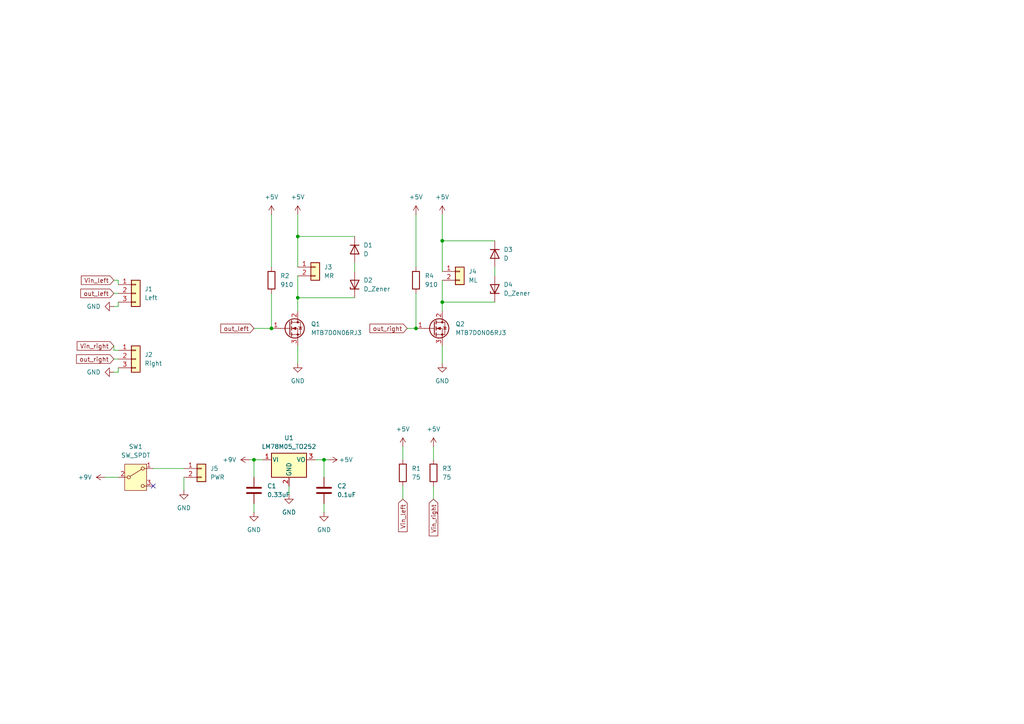
<source format=kicad_sch>
(kicad_sch (version 20250114) (generator "eeschema") (generator_version "9.0")
  (paper "A4")
  (lib_symbols
    (symbol "Connector_Generic:Conn_01x02" (pin_names (offset 1.016) (hide yes))
      (property "Reference" "J" (at 0 2.54 0))
      (property "Value" "Conn_01x02" (at 0 -5.08 0))
      (symbol "Conn_01x02_1_1"
        (rectangle (start -1.27 1.27) (end 1.27 -3.81) (stroke (width 0.254)) (fill (type background)))
        (rectangle (start -1.27 0.127) (end 0 -0.127) (stroke (width 0.1524)))
        (rectangle (start -1.27 -2.413) (end 0 -2.667) (stroke (width 0.1524)))
        (pin passive line (at -5.08 0 0) (length 3.81) (name "Pin_1") (number "1"))
        (pin passive line (at -5.08 -2.54 0) (length 3.81) (name "Pin_2") (number "2"))
      )
    )
    (symbol "Connector_Generic:Conn_01x03" (pin_names (offset 1.016) (hide yes))
      (property "Reference" "J" (at 0 5.08 0))
      (property "Value" "Conn_01x03" (at 0 -5.08 0))
      (symbol "Conn_01x03_1_1"
        (rectangle (start -1.27 3.81) (end 1.27 -3.81) (stroke (width 0.254)) (fill (type background)))
        (rectangle (start -1.27 2.667) (end 0 2.413) (stroke (width 0.1524)))
        (rectangle (start -1.27 0.127) (end 0 -0.127) (stroke (width 0.1524)))
        (rectangle (start -1.27 -2.413) (end 0 -2.667) (stroke (width 0.1524)))
        (pin passive line (at -5.08 2.54 0) (length 3.81) (name "Pin_1") (number "1"))
        (pin passive line (at -5.08 0 0) (length 3.81) (name "Pin_2") (number "2"))
        (pin passive line (at -5.08 -2.54 0) (length 3.81) (name "Pin_3") (number "3"))
      )
    )
    (symbol "Device:C" (pin_numbers (hide yes)) (pin_names (offset 0.254))
      (property "Reference" "C" (at 0.635 2.54 0))
      (property "Value" "C" (at 0.635 -2.54 0))
      (symbol "C_0_1"
        (polyline (pts (xy -2.032 0.762) (xy 2.032 0.762)) (stroke (width 0.508)))
        (polyline (pts (xy -2.032 -0.762) (xy 2.032 -0.762)) (stroke (width 0.508)))
      )
      (symbol "C_1_1"
        (pin passive line (at 0 3.81 270) (length 2.794) (name "~") (number "1"))
        (pin passive line (at 0 -3.81 90) (length 2.794) (name "~") (number "2"))
      )
    )
    (symbol "Device:D" (pin_numbers (hide yes)) (pin_names (offset 1.016) (hide yes))
      (property "Reference" "D" (at 0 2.54 0))
      (property "Value" "D" (at 0 -2.54 0))
      (symbol "D_0_1"
        (polyline (pts (xy -1.27 1.27) (xy -1.27 -1.27)) (stroke (width 0.254)))
        (polyline (pts (xy 1.27 1.27) (xy 1.27 -1.27) (xy -1.27 0) (xy 1.27 1.27)) (stroke (width 0.254)))
        (polyline (pts (xy 1.27 0) (xy -1.27 0)))
      )
      (symbol "D_1_1"
        (pin passive line (at -3.81 0 0) (length 2.54) (name "K") (number "1"))
        (pin passive line (at 3.81 0 180) (length 2.54) (name "A") (number "2"))
      )
    )
    (symbol "Device:D_Zener" (pin_numbers (hide yes)) (pin_names (offset 1.016) (hide yes))
      (property "Reference" "D" (at 0 2.54 0))
      (property "Value" "D_Zener" (at 0 -2.54 0))
      (symbol "D_Zener_0_1"
        (polyline (pts (xy -1.27 -1.27) (xy -1.27 1.27) (xy -0.762 1.27)) (stroke (width 0.254)))
        (polyline (pts (xy 1.27 0) (xy -1.27 0)))
        (polyline (pts (xy 1.27 -1.27) (xy 1.27 1.27) (xy -1.27 0) (xy 1.27 -1.27)) (stroke (width 0.254)))
      )
      (symbol "D_Zener_1_1"
        (pin passive line (at -3.81 0 0) (length 2.54) (name "K") (number "1"))
        (pin passive line (at 3.81 0 180) (length 2.54) (name "A") (number "2"))
      )
    )
    (symbol "Device:R" (pin_numbers (hide yes)) (pin_names (offset 0))
      (property "Reference" "R" (at 2.032 0 90))
      (property "Value" "R" (at 0 0 90))
      (symbol "R_0_1"
        (rectangle (start -1.016 -2.54) (end 1.016 2.54) (stroke (width 0.254)))
      )
      (symbol "R_1_1"
        (pin passive line (at 0 3.81 270) (length 1.27) (name "~") (number "1"))
        (pin passive line (at 0 -3.81 90) (length 1.27) (name "~") (number "2"))
      )
    )
    (symbol "Regulator_Linear:LM78M05_TO252" (pin_names (offset 0.254))
      (property "Reference" "U" (at -3.81 3.175 0))
      (property "Value" "LM78M05_TO252" (at 0 3.175 0))
      (symbol "LM78M05_TO252_0_1"
        (rectangle (start -5.08 1.905) (end 5.08 -5.08) (stroke (width 0.254)) (fill (type background)))
      )
      (symbol "LM78M05_TO252_1_1"
        (pin power_in line (at -7.62 0 0) (length 2.54) (name "VI") (number "1"))
        (pin power_in line (at 0 -7.62 90) (length 2.54) (name "GND") (number "2"))
        (pin power_out line (at 7.62 0 180) (length 2.54) (name "VO") (number "3"))
      )
    )
    (symbol "Switch:SW_SPDT" (pin_names (offset 0) (hide yes))
      (property "Reference" "SW" (at 0 5.08 0))
      (property "Value" "SW_SPDT" (at 0 -5.08 0))
      (symbol "SW_SPDT_0_1"
        (circle (center -2.032 0) (radius 0.4572))
        (polyline (pts (xy -1.651 0.254) (xy 1.651 2.286)))
        (circle (center 2.032 2.54) (radius 0.4572))
        (circle (center 2.032 -2.54) (radius 0.4572))
      )
      (symbol "SW_SPDT_1_1"
        (rectangle (start -3.175 3.81) (end 3.175 -3.81) (fill (type background)))
        (pin passive line (at -5.08 0 0) (length 2.54) (name "B") (number "2"))
        (pin passive line (at 5.08 2.54 180) (length 2.54) (name "A") (number "1"))
        (pin passive line (at 5.08 -2.54 180) (length 2.54) (name "C") (number "3"))
      )
    )
    (symbol "power:+5V" (power) (pin_numbers (hide yes)) (pin_names (offset 0) (hide yes))
      (property "Value" "+5V" (at 0 3.556 0))
      (symbol "+5V_0_1"
        (polyline (pts (xy -0.762 1.27) (xy 0 2.54)))
        (polyline (pts (xy 0 2.54) (xy 0.762 1.27)))
        (polyline (pts (xy 0 0) (xy 0 2.54)))
      )
      (symbol "+5V_1_1"
        (pin power_in line (at 0 0 90) (length 0) (name "~") (number "1"))
      )
    )
    (symbol "power:+9V" (power) (pin_numbers (hide yes)) (pin_names (offset 0) (hide yes))
      (property "Value" "+9V" (at 0 3.556 0))
      (symbol "+9V_0_1"
        (polyline (pts (xy -0.762 1.27) (xy 0 2.54)))
        (polyline (pts (xy 0 2.54) (xy 0.762 1.27)))
        (polyline (pts (xy 0 0) (xy 0 2.54)))
      )
      (symbol "+9V_1_1"
        (pin power_in line (at 0 0 90) (length 0) (name "~") (number "1"))
      )
    )
    (symbol "power:GND" (power) (pin_numbers (hide yes)) (pin_names (offset 0) (hide yes))
      (property "Value" "GND" (at 0 -3.81 0))
      (symbol "GND_0_1"
        (polyline (pts (xy 0 0) (xy 0 -1.27) (xy 1.27 -1.27) (xy 0 -2.54) (xy -1.27 -1.27) (xy 0 -1.27)))
      )
      (symbol "GND_1_1"
        (pin power_in line (at 0 0 270) (length 0) (name "~") (number "1"))
      )
    )
    (symbol "project:MTB7D0N06RJ3" (pin_names (hide yes))
      (property "Reference" "Q" (at 5.08 1.905 0))
      (property "Value" "MTB7D0N06RJ3" (at 5.08 0 0))
      (symbol "MTB7D0N06RJ3_0_1"
        (polyline (pts (xy 0.254 1.905) (xy 0.254 -1.905)) (stroke (width 0.254)))
        (polyline (pts (xy 0.254 0) (xy -2.54 0)))
        (polyline (pts (xy 0.762 2.286) (xy 0.762 1.27)) (stroke (width 0.254)))
        (polyline (pts (xy 0.762 0.508) (xy 0.762 -0.508)) (stroke (width 0.254)))
        (polyline (pts (xy 0.762 -1.27) (xy 0.762 -2.286)) (stroke (width 0.254)))
        (polyline (pts (xy 0.762 -1.778) (xy 3.302 -1.778) (xy 3.302 1.778) (xy 0.762 1.778)))
        (polyline (pts (xy 1.016 0) (xy 2.032 0.381) (xy 2.032 -0.381) (xy 1.016 0)) (fill (type outline)))
        (circle (center 1.651 0) (radius 2.794) (stroke (width 0.254)))
        (polyline (pts (xy 2.54 2.54) (xy 2.54 1.778)))
        (circle (center 2.54 1.778) (radius 0.254) (fill (type outline)))
        (circle (center 2.54 -1.778) (radius 0.254) (fill (type outline)))
        (polyline (pts (xy 2.54 -2.54) (xy 2.54 0) (xy 0.762 0)))
        (polyline (pts (xy 2.794 0.508) (xy 2.921 0.381) (xy 3.683 0.381) (xy 3.81 0.254)))
        (polyline (pts (xy 3.302 0.381) (xy 2.921 -0.254) (xy 3.683 -0.254) (xy 3.302 0.381)))
      )
      (symbol "MTB7D0N06RJ3_1_1"
        (pin input line (at -5.08 0 0) (length 2.54) (name "G") (number "1"))
        (pin passive line (at 2.54 5.08 270) (length 2.54) (name "D") (number "2"))
        (pin passive line (at 2.54 -5.08 90) (length 2.54) (name "S") (number "3"))
      )
    )
  )
  (junction (at 128.27 87.63))
  (junction (at 86.36 86.36))
  (junction (at 93.98 133.35))
  (junction (at 86.36 68.58))
  (junction (at 73.66 133.35))
  (junction (at 78.74 95.25))
  (junction (at 120.65 95.25))
  (junction (at 128.27 69.85))
  (no_connect (at 44.45 140.97))
  (wire (pts (xy 86.36 62.23) (xy 86.36 68.58)))
  (wire (pts (xy 125.73 129.54) (xy 125.73 133.35)))
  (wire (pts (xy 33.02 107.95) (xy 34.29 107.95)))
  (wire (pts (xy 33.02 88.9) (xy 34.29 88.9)))
  (wire (pts (xy 118.11 95.25) (xy 120.65 95.25)))
  (wire (pts (xy 33.02 85.09) (xy 34.29 85.09)))
  (wire (pts (xy 86.36 68.58) (xy 86.36 77.47)))
  (wire (pts (xy 116.84 140.97) (xy 116.84 144.78)))
  (wire (pts (xy 33.02 81.28) (xy 34.29 81.28)))
  (wire (pts (xy 120.65 85.09) (xy 120.65 95.25)))
  (wire (pts (xy 78.74 62.23) (xy 78.74 77.47)))
  (wire (pts (xy 34.29 81.28) (xy 34.29 82.55)))
  (wire (pts (xy 128.27 100.33) (xy 128.27 105.41)))
  (wire (pts (xy 34.29 107.95) (xy 34.29 106.68)))
  (wire (pts (xy 86.36 100.33) (xy 86.36 105.41)))
  (wire (pts (xy 125.73 140.97) (xy 125.73 144.78)))
  (wire (pts (xy 128.27 69.85) (xy 128.27 78.74)))
  (wire (pts (xy 83.82 140.97) (xy 83.82 143.51)))
  (wire (pts (xy 34.29 88.9) (xy 34.29 87.63)))
  (wire (pts (xy 86.36 80.01) (xy 86.36 86.36)))
  (wire (pts (xy 44.45 135.89) (xy 53.34 135.89)))
  (wire (pts (xy 73.66 95.25) (xy 78.74 95.25)))
  (wire (pts (xy 86.36 68.58) (xy 102.87 68.58)))
  (wire (pts (xy 93.98 146.05) (xy 93.98 148.59)))
  (wire (pts (xy 128.27 87.63) (xy 128.27 90.17)))
  (wire (pts (xy 86.36 86.36) (xy 86.36 90.17)))
  (wire (pts (xy 86.36 86.36) (xy 102.87 86.36)))
  (wire (pts (xy 30.48 138.43) (xy 34.29 138.43)))
  (wire (pts (xy 33.02 104.14) (xy 34.29 104.14)))
  (wire (pts (xy 128.27 87.63) (xy 143.51 87.63)))
  (wire (pts (xy 93.98 133.35) (xy 95.25 133.35)))
  (wire (pts (xy 93.98 133.35) (xy 93.98 138.43)))
  (wire (pts (xy 128.27 81.28) (xy 128.27 87.63)))
  (wire (pts (xy 78.74 85.09) (xy 78.74 95.25)))
  (wire (pts (xy 128.27 69.85) (xy 143.51 69.85)))
  (wire (pts (xy 73.66 133.35) (xy 76.2 133.35)))
  (wire (pts (xy 102.87 76.2) (xy 102.87 78.74)))
  (wire (pts (xy 143.51 77.47) (xy 143.51 80.01)))
  (wire (pts (xy 128.27 62.23) (xy 128.27 69.85)))
  (wire (pts (xy 120.65 62.23) (xy 120.65 77.47)))
  (wire (pts (xy 73.66 133.35) (xy 73.66 138.43)))
  (wire (pts (xy 116.84 129.54) (xy 116.84 133.35)))
  (wire (pts (xy 33.02 100.33) (xy 33.02 101.6)))
  (wire (pts (xy 91.44 133.35) (xy 93.98 133.35)))
  (wire (pts (xy 72.39 133.35) (xy 73.66 133.35)))
  (wire (pts (xy 53.34 138.43) (xy 53.34 142.24)))
  (wire (pts (xy 73.66 146.05) (xy 73.66 148.59)))
  (wire (pts (xy 33.02 101.6) (xy 34.29 101.6)))
  (global_label "out_left" (shape input) (at 33.02 85.09 180) (property "Intersheetrefs" "${INTERSHEET_REFS}" (effects (hide yes))))
  (global_label "out_left" (shape input) (at 73.66 95.25 180) (property "Intersheetrefs" "${INTERSHEET_REFS}" (effects (hide yes))))
  (global_label "Vin_left" (shape input) (at 116.84 144.78 270) (property "Intersheetrefs" "${INTERSHEET_REFS}" (effects (hide yes))))
  (global_label "Vin_right" (shape input) (at 33.02 100.33 180) (property "Intersheetrefs" "${INTERSHEET_REFS}" (effects (hide yes))))
  (global_label "Vin_right" (shape input) (at 125.73 144.78 270) (property "Intersheetrefs" "${INTERSHEET_REFS}" (effects (hide yes))))
  (global_label "out_right" (shape input) (at 33.02 104.14 180) (property "Intersheetrefs" "${INTERSHEET_REFS}" (effects (hide yes))))
  (global_label "Vin_left" (shape input) (at 33.02 81.28 180) (property "Intersheetrefs" "${INTERSHEET_REFS}" (effects (hide yes))))
  (global_label "out_right" (shape input) (at 118.11 95.25 180) (property "Intersheetrefs" "${INTERSHEET_REFS}" (effects (hide yes))))
  (symbol (lib_id "Connector_Generic:Conn_01x02") (at 133.35 78.74 0) (unit 1)
    (property "Reference" "J4" (at 135.89 78.7399 0) (effects (justify left)))
    (property "Value" "ML" (at 135.89 81.2799 0) (effects (justify left)))
    (property "Footprint" "Connector_PinSocket_2.54mm:PinSocket_1x02_P2.54mm_Vertical" (effects (hide yes)))
    (property "Description" "Generic connector, single row, 01x02, script generated (kicad-library-utils/schlib/autogen/connector/)" (effects (hide yes)))
  )
  (symbol (lib_id "power:+5V") (at 116.84 129.54 0) (unit 1)
    (property "Reference" "#PWR05" (effects (hide yes)))
    (property "Value" "+5V" (at 116.84 124.46 0))
    (property "Description" "Power symbol creates a global label with name \"+5V\"" (effects (hide yes)))
  )
  (symbol (lib_id "Device:R") (at 78.74 81.28 0) (unit 1)
    (property "Reference" "R2" (at 81.28 80.0099 0) (effects (justify left)))
    (property "Value" "910" (at 81.28 82.5499 0) (effects (justify left)))
    (property "Footprint" "Resistor_SMD:R_0603_1608Metric_Pad0.98x0.95mm_HandSolder" (effects (hide yes)))
    (property "Description" "Resistor" (effects (hide yes)))
  )
  (symbol (lib_id "power:+5V") (at 128.27 62.23 0) (unit 1)
    (property "Reference" "#PWR010" (effects (hide yes)))
    (property "Value" "+5V" (at 128.27 57.15 0))
    (property "Description" "Power symbol creates a global label with name \"+5V\"" (effects (hide yes)))
  )
  (symbol (lib_id "project:MTB7D0N06RJ3") (at 125.73 95.25 0) (unit 1)
    (property "Reference" "Q2" (at 132.08 93.9799 0) (effects (justify left)))
    (property "Value" "MTB7D0N06RJ3" (at 132.08 96.5199 0) (effects (justify left)))
    (property "Footprint" "Package_TO_SOT_SMD:TO-252-2" (effects (hide yes)))
    (property "Datasheet" "https://akizukidenshi.com/goodsaffix/MTB7D0N06RJ3_220718.pdf" (effects (hide yes)))
    (property "Description" "53A Id,60V Vds, N-Channel MOSFET, TO-252" (effects (hide yes)))
  )
  (symbol (lib_id "Connector_Generic:Conn_01x03") (at 39.37 85.09 0) (unit 1)
    (property "Reference" "J1" (at 41.91 83.8199 0) (effects (justify left)))
    (property "Value" "Left" (at 41.91 86.3599 0) (effects (justify left)))
    (property "Footprint" "Connector_PinSocket_2.54mm:PinSocket_1x03_P2.54mm_Vertical" (effects (hide yes)))
    (property "Description" "Generic connector, single row, 01x03, script generated (kicad-library-utils/schlib/autogen/connector/)" (effects (hide yes)))
  )
  (symbol (lib_id "power:GND") (at 83.82 143.51 0) (unit 1)
    (property "Reference" "#PWR014" (effects (hide yes)))
    (property "Value" "GND" (at 83.82 148.59 0))
    (property "Description" "Power symbol creates a global label with name \"GND\" , ground" (effects (hide yes)))
  )
  (symbol (lib_id "project:MTB7D0N06RJ3") (at 83.82 95.25 0) (unit 1)
    (property "Reference" "Q1" (at 90.17 93.9799 0) (effects (justify left)))
    (property "Value" "MTB7D0N06RJ3" (at 90.17 96.5199 0) (effects (justify left)))
    (property "Footprint" "Package_TO_SOT_SMD:TO-252-2" (effects (hide yes)))
    (property "Datasheet" "https://akizukidenshi.com/goodsaffix/MTB7D0N06RJ3_220718.pdf" (effects (hide yes)))
    (property "Description" "53A Id,60V Vds, N-Channel MOSFET, TO-252" (effects (hide yes)))
  )
  (symbol (lib_id "Device:D_Zener") (at 102.87 82.55 90) (unit 1)
    (property "Reference" "D2" (at 105.41 81.2799 90) (effects (justify right)))
    (property "Value" "D_Zener" (at 105.41 83.8199 90) (effects (justify right)))
    (property "Footprint" "Diode_THT:D_DO-35_SOD27_P2.54mm_Vertical_AnodeUp" (effects (hide yes)))
    (property "Description" "Zener diode" (effects (hide yes)))
  )
  (symbol (lib_id "Switch:SW_SPDT") (at 39.37 138.43 0) (unit 1)
    (property "Reference" "SW1" (at 39.37 129.54 0))
    (property "Value" "SW_SPDT" (at 39.37 132.08 0))
    (property "Footprint" "Library:SW_Slide-03_2MS1-T1-B4-M2-Q-E_P2.54mm" (effects (hide yes)))
    (property "Description" "Switch, single pole double throw" (effects (hide yes)))
  )
  (symbol (lib_id "power:+9V") (at 72.39 133.35 90) (unit 1)
    (property "Reference" "#PWR013" (effects (hide yes)))
    (property "Value" "+9V" (at 68.58 133.3499 90) (effects (justify left)))
    (property "Description" "Power symbol creates a global label with name \"+9V\"" (effects (hide yes)))
  )
  (symbol (lib_id "Connector_Generic:Conn_01x02") (at 58.42 135.89 0) (unit 1)
    (property "Reference" "J5" (at 60.96 135.8899 0) (effects (justify left)))
    (property "Value" "PWR" (at 60.96 138.4299 0) (effects (justify left)))
    (property "Footprint" "Connector_PinHeader_2.54mm:PinHeader_1x02_P2.54mm_Vertical" (effects (hide yes)))
    (property "Description" "Generic connector, single row, 01x02, script generated (kicad-library-utils/schlib/autogen/connector/)" (effects (hide yes)))
  )
  (symbol (lib_id "Device:D") (at 143.51 73.66 270) (unit 1)
    (property "Reference" "D3" (at 146.05 72.3899 90) (effects (justify left)))
    (property "Value" "D" (at 146.05 74.9299 90) (effects (justify left)))
    (property "Footprint" "Diode_THT:D_DO-15_P2.54mm_Vertical_AnodeUp" (effects (hide yes)))
    (property "Description" "Diode" (effects (hide yes)))
    (property "Sim.Device" "D" (effects (hide yes)))
    (property "Sim.Pins" "1=K 2=A" (effects (hide yes)))
  )
  (symbol (lib_id "power:GND") (at 33.02 88.9 270) (mirror x) (unit 1)
    (property "Reference" "#PWR04" (effects (hide yes)))
    (property "Value" "GND" (at 29.21 88.8999 90) (effects (justify right)))
    (property "Description" "Power symbol creates a global label with name \"GND\" , ground" (effects (hide yes)))
  )
  (symbol (lib_id "power:GND") (at 128.27 105.41 0) (unit 1)
    (property "Reference" "#PWR012" (effects (hide yes)))
    (property "Value" "GND" (at 128.27 110.49 0))
    (property "Description" "Power symbol creates a global label with name \"GND\" , ground" (effects (hide yes)))
  )
  (symbol (lib_id "Device:D_Zener") (at 143.51 83.82 90) (unit 1)
    (property "Reference" "D4" (at 146.05 82.5499 90) (effects (justify right)))
    (property "Value" "D_Zener" (at 146.05 85.0899 90) (effects (justify right)))
    (property "Footprint" "Diode_THT:D_DO-35_SOD27_P2.54mm_Vertical_AnodeUp" (effects (hide yes)))
    (property "Description" "Zener diode" (effects (hide yes)))
  )
  (symbol (lib_id "power:GND") (at 53.34 142.24 0) (unit 1)
    (property "Reference" "#PWR02" (effects (hide yes)))
    (property "Value" "GND" (at 53.34 147.32 0))
    (property "Description" "Power symbol creates a global label with name \"GND\" , ground" (effects (hide yes)))
  )
  (symbol (lib_id "Device:R") (at 120.65 81.28 0) (unit 1)
    (property "Reference" "R4" (at 123.19 80.0099 0) (effects (justify left)))
    (property "Value" "910" (at 123.19 82.5499 0) (effects (justify left)))
    (property "Footprint" "Resistor_SMD:R_0603_1608Metric_Pad0.98x0.95mm_HandSolder" (effects (hide yes)))
    (property "Description" "Resistor" (effects (hide yes)))
  )
  (symbol (lib_id "Device:D") (at 102.87 72.39 270) (unit 1)
    (property "Reference" "D1" (at 105.41 71.1199 90) (effects (justify left)))
    (property "Value" "D" (at 105.41 73.6599 90) (effects (justify left)))
    (property "Footprint" "Diode_THT:D_DO-15_P2.54mm_Vertical_AnodeUp" (effects (hide yes)))
    (property "Description" "Diode" (effects (hide yes)))
    (property "Sim.Device" "D" (effects (hide yes)))
    (property "Sim.Pins" "1=K 2=A" (effects (hide yes)))
  )
  (symbol (lib_id "power:+5V") (at 86.36 62.23 0) (unit 1)
    (property "Reference" "#PWR08" (effects (hide yes)))
    (property "Value" "+5V" (at 86.36 57.15 0))
    (property "Description" "Power symbol creates a global label with name \"+5V\"" (effects (hide yes)))
  )
  (symbol (lib_id "Connector_Generic:Conn_01x02") (at 91.44 77.47 0) (unit 1)
    (property "Reference" "J3" (at 93.98 77.4699 0) (effects (justify left)))
    (property "Value" "MR" (at 93.98 80.0099 0) (effects (justify left)))
    (property "Footprint" "Connector_PinSocket_2.54mm:PinSocket_1x02_P2.54mm_Vertical" (effects (hide yes)))
    (property "Description" "Generic connector, single row, 01x02, script generated (kicad-library-utils/schlib/autogen/connector/)" (effects (hide yes)))
  )
  (symbol (lib_id "power:+5V") (at 95.25 133.35 270) (unit 1)
    (property "Reference" "#PWR015" (effects (hide yes)))
    (property "Value" "+5V" (at 100.33 133.35 90))
    (property "Description" "Power symbol creates a global label with name \"+5V\"" (effects (hide yes)))
  )
  (symbol (lib_id "Device:C") (at 73.66 142.24 0) (unit 1)
    (property "Reference" "C1" (at 77.47 140.9699 0) (effects (justify left)))
    (property "Value" "0.33uF" (at 77.47 143.5099 0) (effects (justify left)))
    (property "Footprint" "Capacitor_SMD:C_0603_1608Metric_Pad1.08x0.95mm_HandSolder" (effects (hide yes)))
    (property "Description" "Unpolarized capacitor" (effects (hide yes)))
  )
  (symbol (lib_id "power:GND") (at 73.66 148.59 0) (unit 1)
    (property "Reference" "#PWR016" (effects (hide yes)))
    (property "Value" "GND" (at 73.66 153.67 0))
    (property "Description" "Power symbol creates a global label with name \"GND\" , ground" (effects (hide yes)))
  )
  (symbol (lib_id "power:GND") (at 86.36 105.41 0) (unit 1)
    (property "Reference" "#PWR011" (effects (hide yes)))
    (property "Value" "GND" (at 86.36 110.49 0))
    (property "Description" "Power symbol creates a global label with name \"GND\" , ground" (effects (hide yes)))
  )
  (symbol (lib_id "power:+5V") (at 120.65 62.23 0) (unit 1)
    (property "Reference" "#PWR09" (effects (hide yes)))
    (property "Value" "+5V" (at 120.65 57.15 0))
    (property "Description" "Power symbol creates a global label with name \"+5V\"" (effects (hide yes)))
  )
  (symbol (lib_id "power:+9V") (at 30.48 138.43 90) (unit 1)
    (property "Reference" "#PWR01" (effects (hide yes)))
    (property "Value" "+9V" (at 26.67 138.4299 90) (effects (justify left)))
    (property "Description" "Power symbol creates a global label with name \"+9V\"" (effects (hide yes)))
  )
  (symbol (lib_id "power:GND") (at 33.02 107.95 270) (mirror x) (unit 1)
    (property "Reference" "#PWR03" (effects (hide yes)))
    (property "Value" "GND" (at 29.21 107.9499 90) (effects (justify right)))
    (property "Description" "Power symbol creates a global label with name \"GND\" , ground" (effects (hide yes)))
  )
  (symbol (lib_id "power:+5V") (at 78.74 62.23 0) (unit 1)
    (property "Reference" "#PWR07" (effects (hide yes)))
    (property "Value" "+5V" (at 78.74 57.15 0))
    (property "Description" "Power symbol creates a global label with name \"+5V\"" (effects (hide yes)))
  )
  (symbol (lib_id "Regulator_Linear:LM78M05_TO252") (at 83.82 133.35 0) (unit 1)
    (property "Reference" "U1" (at 83.82 127 0))
    (property "Value" "LM78M05_TO252" (at 83.82 129.54 0))
    (property "Footprint" "Package_TO_SOT_SMD:TO-252-2" (effects (hide yes)))
    (property "Datasheet" "https://www.onsemi.com/pub/Collateral/MC78M00-D.PDF" (effects (hide yes)))
    (property "Description" "Positive 500mA 35V Linear Regulator, Fixed Output 5V, TO-252 (D-PAK)" (effects (hide yes)))
  )
  (symbol (lib_id "power:GND") (at 93.98 148.59 0) (unit 1)
    (property "Reference" "#PWR017" (effects (hide yes)))
    (property "Value" "GND" (at 93.98 153.67 0))
    (property "Description" "Power symbol creates a global label with name \"GND\" , ground" (effects (hide yes)))
  )
  (symbol (lib_id "Device:C") (at 93.98 142.24 0) (unit 1)
    (property "Reference" "C2" (at 97.79 140.9699 0) (effects (justify left)))
    (property "Value" "0.1uF" (at 97.79 143.5099 0) (effects (justify left)))
    (property "Footprint" "Capacitor_SMD:C_0603_1608Metric_Pad1.08x0.95mm_HandSolder" (effects (hide yes)))
    (property "Description" "Unpolarized capacitor" (effects (hide yes)))
  )
  (symbol (lib_id "power:+5V") (at 125.73 129.54 0) (unit 1)
    (property "Reference" "#PWR06" (effects (hide yes)))
    (property "Value" "+5V" (at 125.73 124.46 0))
    (property "Description" "Power symbol creates a global label with name \"+5V\"" (effects (hide yes)))
  )
  (symbol (lib_id "Device:R") (at 116.84 137.16 0) (unit 1)
    (property "Reference" "R1" (at 119.38 135.8899 0) (effects (justify left)))
    (property "Value" "75" (at 119.38 138.4299 0) (effects (justify left)))
    (property "Footprint" "Resistor_SMD:R_0603_1608Metric_Pad0.98x0.95mm_HandSolder" (effects (hide yes)))
    (property "Description" "Resistor" (effects (hide yes)))
  )
  (symbol (lib_id "Device:R") (at 125.73 137.16 0) (unit 1)
    (property "Reference" "R3" (at 128.27 135.8899 0) (effects (justify left)))
    (property "Value" "75" (at 128.27 138.4299 0) (effects (justify left)))
    (property "Footprint" "Resistor_SMD:R_0603_1608Metric_Pad0.98x0.95mm_HandSolder" (effects (hide yes)))
    (property "Description" "Resistor" (effects (hide yes)))
  )
  (symbol (lib_id "Connector_Generic:Conn_01x03") (at 39.37 104.14 0) (unit 1)
    (property "Reference" "J2" (at 41.91 102.8699 0) (effects (justify left)))
    (property "Value" "Right" (at 41.91 105.4099 0) (effects (justify left)))
    (property "Footprint" "Connector_PinSocket_2.54mm:PinSocket_1x03_P2.54mm_Vertical" (effects (hide yes)))
    (property "Description" "Generic connector, single row, 01x03, script generated (kicad-library-utils/schlib/autogen/connector/)" (effects (hide yes)))
  )
)
</source>
